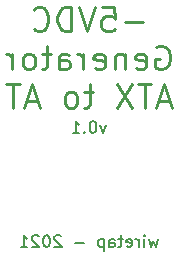
<source format=gbr>
%TF.GenerationSoftware,KiCad,Pcbnew,(5.1.6)-1*%
%TF.CreationDate,2021-05-20T08:24:50-04:00*%
%TF.ProjectId,ATX2AT-5v,41545832-4154-42d3-9576-2e6b69636164,rev?*%
%TF.SameCoordinates,Original*%
%TF.FileFunction,Legend,Bot*%
%TF.FilePolarity,Positive*%
%FSLAX46Y46*%
G04 Gerber Fmt 4.6, Leading zero omitted, Abs format (unit mm)*
G04 Created by KiCad (PCBNEW (5.1.6)-1) date 2021-05-20 08:24:50*
%MOMM*%
%LPD*%
G01*
G04 APERTURE LIST*
%ADD10C,0.150000*%
%ADD11C,0.250000*%
G04 APERTURE END LIST*
D10*
X130968571Y-85637714D02*
X130730476Y-86304380D01*
X130492380Y-85637714D01*
X129920952Y-85304380D02*
X129825714Y-85304380D01*
X129730476Y-85352000D01*
X129682857Y-85399619D01*
X129635238Y-85494857D01*
X129587619Y-85685333D01*
X129587619Y-85923428D01*
X129635238Y-86113904D01*
X129682857Y-86209142D01*
X129730476Y-86256761D01*
X129825714Y-86304380D01*
X129920952Y-86304380D01*
X130016190Y-86256761D01*
X130063809Y-86209142D01*
X130111428Y-86113904D01*
X130159047Y-85923428D01*
X130159047Y-85685333D01*
X130111428Y-85494857D01*
X130063809Y-85399619D01*
X130016190Y-85352000D01*
X129920952Y-85304380D01*
X129159047Y-86209142D02*
X129111428Y-86256761D01*
X129159047Y-86304380D01*
X129206666Y-86256761D01*
X129159047Y-86209142D01*
X129159047Y-86304380D01*
X128159047Y-86304380D02*
X128730476Y-86304380D01*
X128444761Y-86304380D02*
X128444761Y-85304380D01*
X128540000Y-85447238D01*
X128635238Y-85542476D01*
X128730476Y-85590095D01*
D11*
X134111428Y-76902857D02*
X132587619Y-76902857D01*
X130682857Y-75664761D02*
X131635238Y-75664761D01*
X131730476Y-76617142D01*
X131635238Y-76521904D01*
X131444761Y-76426666D01*
X130968571Y-76426666D01*
X130778095Y-76521904D01*
X130682857Y-76617142D01*
X130587619Y-76807619D01*
X130587619Y-77283809D01*
X130682857Y-77474285D01*
X130778095Y-77569523D01*
X130968571Y-77664761D01*
X131444761Y-77664761D01*
X131635238Y-77569523D01*
X131730476Y-77474285D01*
X130016190Y-75664761D02*
X129349523Y-77664761D01*
X128682857Y-75664761D01*
X128016190Y-77664761D02*
X128016190Y-75664761D01*
X127540000Y-75664761D01*
X127254285Y-75760000D01*
X127063809Y-75950476D01*
X126968571Y-76140952D01*
X126873333Y-76521904D01*
X126873333Y-76807619D01*
X126968571Y-77188571D01*
X127063809Y-77379047D01*
X127254285Y-77569523D01*
X127540000Y-77664761D01*
X128016190Y-77664761D01*
X124873333Y-77474285D02*
X124968571Y-77569523D01*
X125254285Y-77664761D01*
X125444761Y-77664761D01*
X125730476Y-77569523D01*
X125920952Y-77379047D01*
X126016190Y-77188571D01*
X126111428Y-76807619D01*
X126111428Y-76521904D01*
X126016190Y-76140952D01*
X125920952Y-75950476D01*
X125730476Y-75760000D01*
X125444761Y-75664761D01*
X125254285Y-75664761D01*
X124968571Y-75760000D01*
X124873333Y-75855238D01*
X135254285Y-79010000D02*
X135444761Y-78914761D01*
X135730476Y-78914761D01*
X136016190Y-79010000D01*
X136206666Y-79200476D01*
X136301904Y-79390952D01*
X136397142Y-79771904D01*
X136397142Y-80057619D01*
X136301904Y-80438571D01*
X136206666Y-80629047D01*
X136016190Y-80819523D01*
X135730476Y-80914761D01*
X135540000Y-80914761D01*
X135254285Y-80819523D01*
X135159047Y-80724285D01*
X135159047Y-80057619D01*
X135540000Y-80057619D01*
X133540000Y-80819523D02*
X133730476Y-80914761D01*
X134111428Y-80914761D01*
X134301904Y-80819523D01*
X134397142Y-80629047D01*
X134397142Y-79867142D01*
X134301904Y-79676666D01*
X134111428Y-79581428D01*
X133730476Y-79581428D01*
X133540000Y-79676666D01*
X133444761Y-79867142D01*
X133444761Y-80057619D01*
X134397142Y-80248095D01*
X132587619Y-79581428D02*
X132587619Y-80914761D01*
X132587619Y-79771904D02*
X132492380Y-79676666D01*
X132301904Y-79581428D01*
X132016190Y-79581428D01*
X131825714Y-79676666D01*
X131730476Y-79867142D01*
X131730476Y-80914761D01*
X130016190Y-80819523D02*
X130206666Y-80914761D01*
X130587619Y-80914761D01*
X130778095Y-80819523D01*
X130873333Y-80629047D01*
X130873333Y-79867142D01*
X130778095Y-79676666D01*
X130587619Y-79581428D01*
X130206666Y-79581428D01*
X130016190Y-79676666D01*
X129920952Y-79867142D01*
X129920952Y-80057619D01*
X130873333Y-80248095D01*
X129063809Y-80914761D02*
X129063809Y-79581428D01*
X129063809Y-79962380D02*
X128968571Y-79771904D01*
X128873333Y-79676666D01*
X128682857Y-79581428D01*
X128492380Y-79581428D01*
X126968571Y-80914761D02*
X126968571Y-79867142D01*
X127063809Y-79676666D01*
X127254285Y-79581428D01*
X127635238Y-79581428D01*
X127825714Y-79676666D01*
X126968571Y-80819523D02*
X127159047Y-80914761D01*
X127635238Y-80914761D01*
X127825714Y-80819523D01*
X127920952Y-80629047D01*
X127920952Y-80438571D01*
X127825714Y-80248095D01*
X127635238Y-80152857D01*
X127159047Y-80152857D01*
X126968571Y-80057619D01*
X126301904Y-79581428D02*
X125540000Y-79581428D01*
X126016190Y-78914761D02*
X126016190Y-80629047D01*
X125920952Y-80819523D01*
X125730476Y-80914761D01*
X125540000Y-80914761D01*
X124587619Y-80914761D02*
X124778095Y-80819523D01*
X124873333Y-80724285D01*
X124968571Y-80533809D01*
X124968571Y-79962380D01*
X124873333Y-79771904D01*
X124778095Y-79676666D01*
X124587619Y-79581428D01*
X124301904Y-79581428D01*
X124111428Y-79676666D01*
X124016190Y-79771904D01*
X123920952Y-79962380D01*
X123920952Y-80533809D01*
X124016190Y-80724285D01*
X124111428Y-80819523D01*
X124301904Y-80914761D01*
X124587619Y-80914761D01*
X123063809Y-80914761D02*
X123063809Y-79581428D01*
X123063809Y-79962380D02*
X122968571Y-79771904D01*
X122873333Y-79676666D01*
X122682857Y-79581428D01*
X122492380Y-79581428D01*
X136349523Y-83593333D02*
X135397142Y-83593333D01*
X136540000Y-84164761D02*
X135873333Y-82164761D01*
X135206666Y-84164761D01*
X134825714Y-82164761D02*
X133682857Y-82164761D01*
X134254285Y-84164761D02*
X134254285Y-82164761D01*
X133206666Y-82164761D02*
X131873333Y-84164761D01*
X131873333Y-82164761D02*
X133206666Y-84164761D01*
X129873333Y-82831428D02*
X129111428Y-82831428D01*
X129587619Y-82164761D02*
X129587619Y-83879047D01*
X129492380Y-84069523D01*
X129301904Y-84164761D01*
X129111428Y-84164761D01*
X128159047Y-84164761D02*
X128349523Y-84069523D01*
X128444761Y-83974285D01*
X128540000Y-83783809D01*
X128540000Y-83212380D01*
X128444761Y-83021904D01*
X128349523Y-82926666D01*
X128159047Y-82831428D01*
X127873333Y-82831428D01*
X127682857Y-82926666D01*
X127587619Y-83021904D01*
X127492380Y-83212380D01*
X127492380Y-83783809D01*
X127587619Y-83974285D01*
X127682857Y-84069523D01*
X127873333Y-84164761D01*
X128159047Y-84164761D01*
X125206666Y-83593333D02*
X124254285Y-83593333D01*
X125397142Y-84164761D02*
X124730476Y-82164761D01*
X124063809Y-84164761D01*
X123682857Y-82164761D02*
X122540000Y-82164761D01*
X123111428Y-84164761D02*
X123111428Y-82164761D01*
D10*
X135373333Y-95289714D02*
X135182857Y-95956380D01*
X134992380Y-95480190D01*
X134801904Y-95956380D01*
X134611428Y-95289714D01*
X134230476Y-95956380D02*
X134230476Y-95289714D01*
X134230476Y-94956380D02*
X134278095Y-95004000D01*
X134230476Y-95051619D01*
X134182857Y-95004000D01*
X134230476Y-94956380D01*
X134230476Y-95051619D01*
X133754285Y-95956380D02*
X133754285Y-95289714D01*
X133754285Y-95480190D02*
X133706666Y-95384952D01*
X133659047Y-95337333D01*
X133563809Y-95289714D01*
X133468571Y-95289714D01*
X132754285Y-95908761D02*
X132849523Y-95956380D01*
X133040000Y-95956380D01*
X133135238Y-95908761D01*
X133182857Y-95813523D01*
X133182857Y-95432571D01*
X133135238Y-95337333D01*
X133040000Y-95289714D01*
X132849523Y-95289714D01*
X132754285Y-95337333D01*
X132706666Y-95432571D01*
X132706666Y-95527809D01*
X133182857Y-95623047D01*
X132420952Y-95289714D02*
X132040000Y-95289714D01*
X132278095Y-94956380D02*
X132278095Y-95813523D01*
X132230476Y-95908761D01*
X132135238Y-95956380D01*
X132040000Y-95956380D01*
X131278095Y-95956380D02*
X131278095Y-95432571D01*
X131325714Y-95337333D01*
X131420952Y-95289714D01*
X131611428Y-95289714D01*
X131706666Y-95337333D01*
X131278095Y-95908761D02*
X131373333Y-95956380D01*
X131611428Y-95956380D01*
X131706666Y-95908761D01*
X131754285Y-95813523D01*
X131754285Y-95718285D01*
X131706666Y-95623047D01*
X131611428Y-95575428D01*
X131373333Y-95575428D01*
X131278095Y-95527809D01*
X130801904Y-95289714D02*
X130801904Y-96289714D01*
X130801904Y-95337333D02*
X130706666Y-95289714D01*
X130516190Y-95289714D01*
X130420952Y-95337333D01*
X130373333Y-95384952D01*
X130325714Y-95480190D01*
X130325714Y-95765904D01*
X130373333Y-95861142D01*
X130420952Y-95908761D01*
X130516190Y-95956380D01*
X130706666Y-95956380D01*
X130801904Y-95908761D01*
X129135238Y-95575428D02*
X128373333Y-95575428D01*
X127182857Y-95051619D02*
X127135238Y-95004000D01*
X127040000Y-94956380D01*
X126801904Y-94956380D01*
X126706666Y-95004000D01*
X126659047Y-95051619D01*
X126611428Y-95146857D01*
X126611428Y-95242095D01*
X126659047Y-95384952D01*
X127230476Y-95956380D01*
X126611428Y-95956380D01*
X125992380Y-94956380D02*
X125897142Y-94956380D01*
X125801904Y-95004000D01*
X125754285Y-95051619D01*
X125706666Y-95146857D01*
X125659047Y-95337333D01*
X125659047Y-95575428D01*
X125706666Y-95765904D01*
X125754285Y-95861142D01*
X125801904Y-95908761D01*
X125897142Y-95956380D01*
X125992380Y-95956380D01*
X126087619Y-95908761D01*
X126135238Y-95861142D01*
X126182857Y-95765904D01*
X126230476Y-95575428D01*
X126230476Y-95337333D01*
X126182857Y-95146857D01*
X126135238Y-95051619D01*
X126087619Y-95004000D01*
X125992380Y-94956380D01*
X125278095Y-95051619D02*
X125230476Y-95004000D01*
X125135238Y-94956380D01*
X124897142Y-94956380D01*
X124801904Y-95004000D01*
X124754285Y-95051619D01*
X124706666Y-95146857D01*
X124706666Y-95242095D01*
X124754285Y-95384952D01*
X125325714Y-95956380D01*
X124706666Y-95956380D01*
X123754285Y-95956380D02*
X124325714Y-95956380D01*
X124040000Y-95956380D02*
X124040000Y-94956380D01*
X124135238Y-95099238D01*
X124230476Y-95194476D01*
X124325714Y-95242095D01*
M02*

</source>
